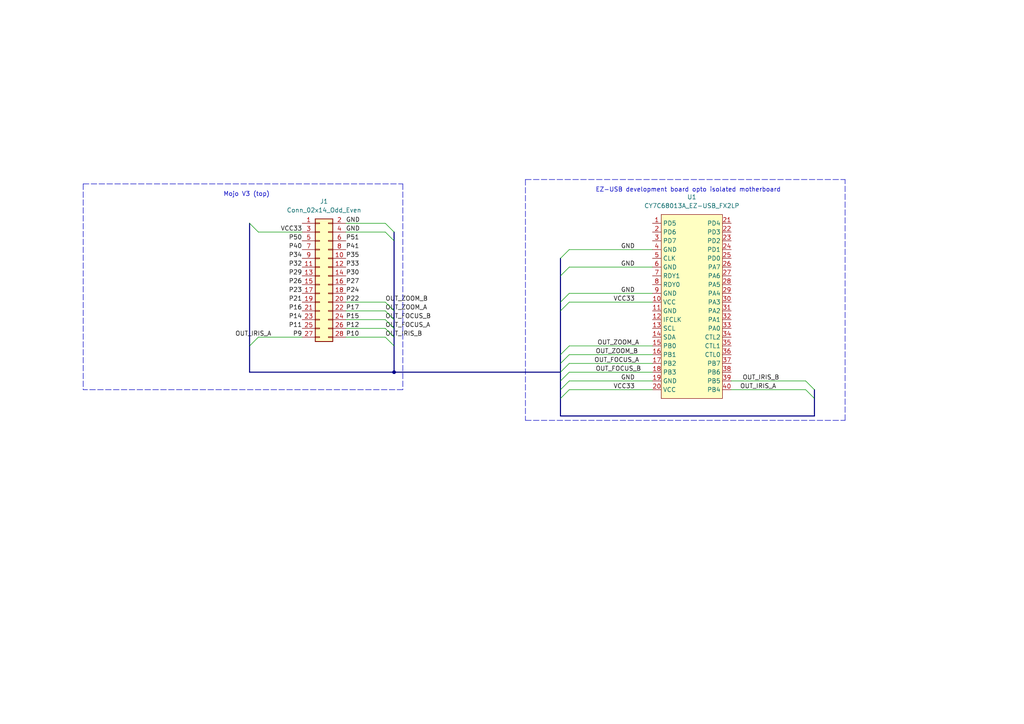
<source format=kicad_sch>
(kicad_sch (version 20211123) (generator eeschema)
  (paper "A4")
  (title_block (title "Mojo V3 tiny hat for EZ-USB opto isolated motherboard"))
  (lib_symbols
    (symbol "Connector_Generic:Conn_02x14_Odd_Even" (pin_names (offset 1.016) hide)
      (property "Reference" "J" (at 1.27 17.78 0))
      (property "Value" "Conn_02x14_Odd_Even" (at 1.27 -20.32 0))
      (symbol "Conn_02x14_Odd_Even_1_1"
        (rectangle (start -1.27 -17.653) (end 0 -17.907) (stroke (width 0.1524)))
        (rectangle (start -1.27 -15.113) (end 0 -15.367) (stroke (width 0.1524)))
        (rectangle (start -1.27 -12.573) (end 0 -12.827) (stroke (width 0.1524)))
        (rectangle (start -1.27 -10.033) (end 0 -10.287) (stroke (width 0.1524)))
        (rectangle (start -1.27 -7.493) (end 0 -7.747) (stroke (width 0.1524)))
        (rectangle (start -1.27 -4.953) (end 0 -5.207) (stroke (width 0.1524)))
        (rectangle (start -1.27 -2.413) (end 0 -2.667) (stroke (width 0.1524)))
        (rectangle (start -1.27 0.127) (end 0 -0.127) (stroke (width 0.1524)))
        (rectangle (start -1.27 2.667) (end 0 2.413) (stroke (width 0.1524)))
        (rectangle (start -1.27 5.207) (end 0 4.953) (stroke (width 0.1524)))
        (rectangle (start -1.27 7.747) (end 0 7.493) (stroke (width 0.1524)))
        (rectangle (start -1.27 10.287) (end 0 10.033) (stroke (width 0.1524)))
        (rectangle (start -1.27 12.827) (end 0 12.573) (stroke (width 0.1524)))
        (rectangle (start -1.27 15.367) (end 0 15.113) (stroke (width 0.1524)))
        (rectangle (start -1.27 16.51) (end 3.81 -19.05) (stroke (width 0.254)) (fill (type background)))
        (rectangle (start 3.81 -17.653) (end 2.54 -17.907) (stroke (width 0.1524)))
        (rectangle (start 3.81 -15.113) (end 2.54 -15.367) (stroke (width 0.1524)))
        (rectangle (start 3.81 -12.573) (end 2.54 -12.827) (stroke (width 0.1524)))
        (rectangle (start 3.81 -10.033) (end 2.54 -10.287) (stroke (width 0.1524)))
        (rectangle (start 3.81 -7.493) (end 2.54 -7.747) (stroke (width 0.1524)))
        (rectangle (start 3.81 -4.953) (end 2.54 -5.207) (stroke (width 0.1524)))
        (rectangle (start 3.81 -2.413) (end 2.54 -2.667) (stroke (width 0.1524)))
        (rectangle (start 3.81 0.127) (end 2.54 -0.127) (stroke (width 0.1524)))
        (rectangle (start 3.81 2.667) (end 2.54 2.413) (stroke (width 0.1524)))
        (rectangle (start 3.81 5.207) (end 2.54 4.953) (stroke (width 0.1524)))
        (rectangle (start 3.81 7.747) (end 2.54 7.493) (stroke (width 0.1524)))
        (rectangle (start 3.81 10.287) (end 2.54 10.033) (stroke (width 0.1524)))
        (rectangle (start 3.81 12.827) (end 2.54 12.573) (stroke (width 0.1524)))
        (rectangle (start 3.81 15.367) (end 2.54 15.113) (stroke (width 0.1524)))
        (pin passive line (at -5.08 15.24 0) (length 3.81) (name "Pin_1") (number "1"))
        (pin passive line (at 7.62 5.08 180) (length 3.81) (name "Pin_10") (number "10"))
        (pin passive line (at -5.08 2.54 0) (length 3.81) (name "Pin_11") (number "11"))
        (pin passive line (at 7.62 2.54 180) (length 3.81) (name "Pin_12") (number "12"))
        (pin passive line (at -5.08 0 0) (length 3.81) (name "Pin_13") (number "13"))
        (pin passive line (at 7.62 0 180) (length 3.81) (name "Pin_14") (number "14"))
        (pin passive line (at -5.08 -2.54 0) (length 3.81) (name "Pin_15") (number "15"))
        (pin passive line (at 7.62 -2.54 180) (length 3.81) (name "Pin_16") (number "16"))
        (pin passive line (at -5.08 -5.08 0) (length 3.81) (name "Pin_17") (number "17"))
        (pin passive line (at 7.62 -5.08 180) (length 3.81) (name "Pin_18") (number "18"))
        (pin passive line (at -5.08 -7.62 0) (length 3.81) (name "Pin_19") (number "19"))
        (pin passive line (at 7.62 15.24 180) (length 3.81) (name "Pin_2") (number "2"))
        (pin passive line (at 7.62 -7.62 180) (length 3.81) (name "Pin_20") (number "20"))
        (pin passive line (at -5.08 -10.16 0) (length 3.81) (name "Pin_21") (number "21"))
        (pin passive line (at 7.62 -10.16 180) (length 3.81) (name "Pin_22") (number "22"))
        (pin passive line (at -5.08 -12.7 0) (length 3.81) (name "Pin_23") (number "23"))
        (pin passive line (at 7.62 -12.7 180) (length 3.81) (name "Pin_24") (number "24"))
        (pin passive line (at -5.08 -15.24 0) (length 3.81) (name "Pin_25") (number "25"))
        (pin passive line (at 7.62 -15.24 180) (length 3.81) (name "Pin_26") (number "26"))
        (pin passive line (at -5.08 -17.78 0) (length 3.81) (name "Pin_27") (number "27"))
        (pin passive line (at 7.62 -17.78 180) (length 3.81) (name "Pin_28") (number "28"))
        (pin passive line (at -5.08 12.7 0) (length 3.81) (name "Pin_3") (number "3"))
        (pin passive line (at 7.62 12.7 180) (length 3.81) (name "Pin_4") (number "4"))
        (pin passive line (at -5.08 10.16 0) (length 3.81) (name "Pin_5") (number "5"))
        (pin passive line (at 7.62 10.16 180) (length 3.81) (name "Pin_6") (number "6"))
        (pin passive line (at -5.08 7.62 0) (length 3.81) (name "Pin_7") (number "7"))
        (pin passive line (at 7.62 7.62 180) (length 3.81) (name "Pin_8") (number "8"))
        (pin passive line (at -5.08 5.08 0) (length 3.81) (name "Pin_9") (number "9"))
      )
    )
    (symbol "LensRotaryDecoder:CY7C68013A_EZ-USB_FX2LP"
      (property "Reference" "U" (at 0 2.54 0))
      (property "Value" "CY7C68013A_EZ-USB_FX2LP" (at 0 0 0))
      (symbol "CY7C68013A_EZ-USB_FX2LP_0_1"
        (rectangle (start -10.16 -1.27) (end 7.62 -54.61) (fill (type background)))
      )
      (symbol "CY7C68013A_EZ-USB_FX2LP_1_1"
        (pin bidirectional line (at -12.7 -3.81 0) (length 2.54) (name "PD5") (number "1"))
        (pin bidirectional line (at -12.7 -26.67 0) (length 2.54) (name "VCC") (number "10"))
        (pin bidirectional line (at -12.7 -29.21 0) (length 2.54) (name "GND") (number "11"))
        (pin bidirectional line (at -12.7 -31.75 0) (length 2.54) (name "IFCLK") (number "12"))
        (pin bidirectional line (at -12.7 -34.29 0) (length 2.54) (name "SCL") (number "13"))
        (pin bidirectional line (at -12.7 -36.83 0) (length 2.54) (name "SDA") (number "14"))
        (pin bidirectional line (at -12.7 -39.37 0) (length 2.54) (name "PB0") (number "15"))
        (pin bidirectional line (at -12.7 -41.91 0) (length 2.54) (name "PB1") (number "16"))
        (pin bidirectional line (at -12.7 -44.45 0) (length 2.54) (name "PB2") (number "17"))
        (pin bidirectional line (at -12.7 -46.99 0) (length 2.54) (name "PB3") (number "18"))
        (pin bidirectional line (at -12.7 -49.53 0) (length 2.54) (name "GND") (number "19"))
        (pin bidirectional line (at -12.7 -6.35 0) (length 2.54) (name "PD6") (number "2"))
        (pin bidirectional line (at -12.7 -52.07 0) (length 2.54) (name "VCC") (number "20"))
        (pin bidirectional line (at 10.16 -3.81 180) (length 2.54) (name "PD4") (number "21"))
        (pin bidirectional line (at 10.16 -6.35 180) (length 2.54) (name "PD3") (number "22"))
        (pin bidirectional line (at 10.16 -8.89 180) (length 2.54) (name "PD2") (number "23"))
        (pin bidirectional line (at 10.16 -11.43 180) (length 2.54) (name "PD1") (number "24"))
        (pin bidirectional line (at 10.16 -13.97 180) (length 2.54) (name "PD0") (number "25"))
        (pin bidirectional line (at 10.16 -16.51 180) (length 2.54) (name "PA7") (number "26"))
        (pin bidirectional line (at 10.16 -19.05 180) (length 2.54) (name "PA6") (number "27"))
        (pin bidirectional line (at 10.16 -21.59 180) (length 2.54) (name "PA5") (number "28"))
        (pin bidirectional line (at 10.16 -24.13 180) (length 2.54) (name "PA4") (number "29"))
        (pin bidirectional line (at -12.7 -8.89 0) (length 2.54) (name "PD7") (number "3"))
        (pin bidirectional line (at 10.16 -26.67 180) (length 2.54) (name "PA3") (number "30"))
        (pin bidirectional line (at 10.16 -29.21 180) (length 2.54) (name "PA2") (number "31"))
        (pin bidirectional line (at 10.16 -31.75 180) (length 2.54) (name "PA1") (number "32"))
        (pin bidirectional line (at 10.16 -34.29 180) (length 2.54) (name "PA0") (number "33"))
        (pin bidirectional line (at 10.16 -36.83 180) (length 2.54) (name "CTL2") (number "34"))
        (pin bidirectional line (at 10.16 -39.37 180) (length 2.54) (name "CTL1") (number "35"))
        (pin bidirectional line (at 10.16 -41.91 180) (length 2.54) (name "CTL0") (number "36"))
        (pin bidirectional line (at 10.16 -44.45 180) (length 2.54) (name "PB7") (number "37"))
        (pin bidirectional line (at 10.16 -46.99 180) (length 2.54) (name "PB6") (number "38"))
        (pin bidirectional line (at 10.16 -49.53 180) (length 2.54) (name "PB5") (number "39"))
        (pin bidirectional line (at -12.7 -11.43 0) (length 2.54) (name "GND") (number "4"))
        (pin bidirectional line (at 10.16 -52.07 180) (length 2.54) (name "PB4") (number "40"))
        (pin bidirectional line (at -12.7 -13.97 0) (length 2.54) (name "CLK") (number "5"))
        (pin bidirectional line (at -12.7 -16.51 0) (length 2.54) (name "GND") (number "6"))
        (pin bidirectional line (at -12.7 -19.05 0) (length 2.54) (name "RDY1") (number "7"))
        (pin bidirectional line (at -12.7 -21.59 0) (length 2.54) (name "RDY0") (number "8"))
        (pin bidirectional line (at -12.7 -24.13 0) (length 2.54) (name "GND") (number "9"))
      )
    )
  )
  (junction (at 114.3 107.95))
  (bus_entry (at 111.76 95.25) (size 2.54 2.54))
  (bus_entry (at 111.76 67.31) (size 2.54 2.54))
  (bus_entry (at 111.76 64.77) (size 2.54 2.54))
  (bus_entry (at 111.76 92.71) (size 2.54 2.54))
  (bus_entry (at 111.76 90.17) (size 2.54 2.54))
  (bus_entry (at 162.56 107.95) (size 2.54 -2.54))
  (bus_entry (at 162.56 105.41) (size 2.54 -2.54))
  (bus_entry (at 162.56 102.87) (size 2.54 -2.54))
  (bus_entry (at 162.56 110.49) (size 2.54 -2.54))
  (bus_entry (at 162.56 115.57) (size 2.54 -2.54))
  (bus_entry (at 162.56 113.03) (size 2.54 -2.54))
  (bus_entry (at 72.39 64.77) (size 2.54 2.54))
  (bus_entry (at 162.56 90.17) (size 2.54 -2.54))
  (bus_entry (at 162.56 87.63) (size 2.54 -2.54))
  (bus_entry (at 162.56 80.01) (size 2.54 -2.54))
  (bus_entry (at 162.56 74.93) (size 2.54 -2.54))
  (bus_entry (at 233.68 113.03) (size 2.54 2.54))
  (bus_entry (at 233.68 110.49) (size 2.54 2.54))
  (bus_entry (at 72.39 100.33) (size 2.54 -2.54))
  (bus_entry (at 111.76 97.79) (size 2.54 2.54))
  (bus_entry (at 111.76 87.63) (size 2.54 2.54))
  (bus (pts (xy 72.39 107.95) (xy 114.3 107.95)))
  (wire (pts (xy 100.33 90.17) (xy 111.76 90.17)))
  (bus (pts (xy 162.56 113.03) (xy 162.56 115.57)))
  (polyline (pts (xy 24.13 53.34) (xy 24.13 113.03)))
  (bus (pts (xy 114.3 107.95) (xy 162.56 107.95)))
  (wire (pts (xy 100.33 67.31) (xy 111.76 67.31)))
  (wire (pts (xy 165.1 105.41) (xy 189.23 105.41)))
  (wire (pts (xy 100.33 97.79) (xy 111.76 97.79)))
  (bus (pts (xy 236.22 115.57) (xy 236.22 120.65)))
  (bus (pts (xy 72.39 100.33) (xy 72.39 107.95)))
  (polyline (pts (xy 245.11 121.92) (xy 245.11 52.07)))
  (polyline (pts (xy 152.4 52.07) (xy 152.4 121.92)))
  (bus (pts (xy 236.22 113.03) (xy 236.22 115.57)))
  (bus (pts (xy 162.56 87.63) (xy 162.56 90.17)))
  (wire (pts (xy 165.1 100.33) (xy 189.23 100.33)))
  (bus (pts (xy 114.3 67.31) (xy 114.3 69.85)))
  (bus (pts (xy 236.22 120.65) (xy 162.56 120.65)))
  (wire (pts (xy 100.33 95.25) (xy 111.76 95.25)))
  (bus (pts (xy 162.56 115.57) (xy 162.56 120.65)))
  (wire (pts (xy 165.1 110.49) (xy 189.23 110.49)))
  (wire (pts (xy 74.93 67.31) (xy 87.63 67.31)))
  (bus (pts (xy 114.3 92.71) (xy 114.3 95.25)))
  (wire (pts (xy 165.1 77.47) (xy 189.23 77.47)))
  (wire (pts (xy 165.1 87.63) (xy 189.23 87.63)))
  (wire (pts (xy 74.93 97.79) (xy 87.63 97.79)))
  (polyline (pts (xy 24.13 53.34) (xy 116.84 53.34)))
  (bus (pts (xy 162.56 102.87) (xy 162.56 105.41)))
  (bus (pts (xy 162.56 90.17) (xy 162.56 102.87)))
  (wire (pts (xy 165.1 107.95) (xy 189.23 107.95)))
  (wire (pts (xy 165.1 102.87) (xy 189.23 102.87)))
  (bus (pts (xy 162.56 105.41) (xy 162.56 107.95)))
  (wire (pts (xy 100.33 64.77) (xy 111.76 64.77)))
  (bus (pts (xy 72.39 64.77) (xy 72.39 100.33)))
  (wire (pts (xy 212.09 113.03) (xy 233.68 113.03)))
  (bus (pts (xy 114.3 100.33) (xy 114.3 107.95)))
  (bus (pts (xy 162.56 74.93) (xy 162.56 80.01)))
  (wire (pts (xy 100.33 87.63) (xy 111.76 87.63)))
  (polyline (pts (xy 116.84 53.34) (xy 116.84 113.03)))
  (wire (pts (xy 165.1 85.09) (xy 189.23 85.09)))
  (bus (pts (xy 162.56 110.49) (xy 162.56 113.03)))
  (bus (pts (xy 114.3 97.79) (xy 114.3 100.33)))
  (polyline (pts (xy 116.84 113.03) (xy 24.13 113.03)))
  (wire (pts (xy 100.33 92.71) (xy 111.76 92.71)))
  (wire (pts (xy 165.1 72.39) (xy 189.23 72.39)))
  (wire (pts (xy 165.1 113.03) (xy 189.23 113.03)))
  (polyline (pts (xy 152.4 121.92) (xy 245.11 121.92)))
  (bus (pts (xy 162.56 80.01) (xy 162.56 87.63)))
  (wire (pts (xy 212.09 110.49) (xy 233.68 110.49)))
  (bus (pts (xy 114.3 95.25) (xy 114.3 97.79)))
  (bus (pts (xy 162.56 107.95) (xy 162.56 110.49)))
  (bus (pts (xy 114.3 90.17) (xy 114.3 92.71)))
  (bus (pts (xy 114.3 69.85) (xy 114.3 90.17)))
  (polyline (pts (xy 152.4 52.07) (xy 245.11 52.07)))
  (text "EZ-USB development board opto isolated motherboard" (at 172.72 55.88 0) (effects (font (size 1.27 1.27)) (justify left bottom)))
  (text "Mojo V3 (top)" (at 64.77 57.15 0) (effects (font (size 1.27 1.27)) (justify left bottom)))
  (label "P34" (at 87.63 74.93 180))
  (label "VCC33" (at 184.15 113.03 180))
  (label "P26" (at 87.63 82.55 180))
  (label "P11" (at 87.63 95.25 180))
  (label "P12" (at 100.33 95.25 0))
  (label "OUT_FOCUS_B" (at 111.76 92.71 0))
  (label "OUT_IRIS_A" (at 214.63 113.03 0))
  (label "P50" (at 87.63 69.85 180))
  (label "P23" (at 87.63 85.09 180))
  (label "GND" (at 184.15 110.49 180))
  (label "P40" (at 87.63 72.39 180))
  (label "VCC33" (at 184.15 87.63 180))
  (label "VCC33" (at 87.63 67.31 180))
  (label "P27" (at 100.33 82.55 0))
  (label "OUT_IRIS_B" (at 111.76 97.79 0))
  (label "P35" (at 100.33 74.93 0))
  (label "P16" (at 87.63 90.17 180))
  (label "P17" (at 100.33 90.17 0))
  (label "P41" (at 100.33 72.39 0))
  (label "P33" (at 100.33 77.47 0))
  (label "OUT_FOCUS_B" (at 172.72 107.95 0))
  (label "P24" (at 100.33 85.09 0))
  (label "P30" (at 100.33 80.01 0))
  (label "P9" (at 87.63 97.79 180))
  (label "OUT_FOCUS_A" (at 185.42 105.41 180))
  (label "P15" (at 100.33 92.71 0))
  (label "P21" (at 87.63 87.63 180))
  (label "OUT_FOCUS_A" (at 111.76 95.25 0))
  (label "P22" (at 100.33 87.63 0))
  (label "P14" (at 87.63 92.71 180))
  (label "GND" (at 184.15 72.39 180))
  (label "GND" (at 100.33 64.77 0))
  (label "P51" (at 100.33 69.85 0))
  (label "P10" (at 100.33 97.79 0))
  (label "GND" (at 184.15 77.47 180))
  (label "OUT_ZOOM_B" (at 111.76 87.63 0))
  (label "OUT_IRIS_A" (at 78.74 97.79 180))
  (label "P29" (at 87.63 80.01 180))
  (label "OUT_ZOOM_B" (at 172.72 102.87 0))
  (label "GND" (at 184.15 85.09 180))
  (label "P32" (at 87.63 77.47 180))
  (label "GND" (at 100.33 67.31 0))
  (label "OUT_IRIS_B" (at 226.06 110.49 180))
  (label "OUT_ZOOM_A" (at 185.42 100.33 180))
  (label "OUT_ZOOM_A" (at 111.76 90.17 0))
  (symbol (lib_id "LensRotaryDecoder:CY7C68013A_EZ-USB_FX2LP") (at 201.93 60.96 0) (unit 1)
    (property "Reference" "U1" (at 200.66 57.15 0))
    (property "Value" "CY7C68013A_EZ-USB_FX2LP" (at 200.66 59.69 0))
    (property "Footprint" "LensRotaryDecoder:CY7C68013A_EZ-USB_FX2LP" (effects hide))
  )
  (symbol (lib_id "Connector_Generic:Conn_02x14_Odd_Even") (at 92.71 80.01 0) (unit 1)
    (property "Reference" "J1" (at 93.98 58.42 0))
    (property "Value" "Conn_02x14_Odd_Even" (at 93.98 60.96 0))
    (property "Footprint" "Connector_PinHeader_2.54mm:PinHeader_2x14_P2.54mm_Vertical" (effects hide))
  )
)
</source>
